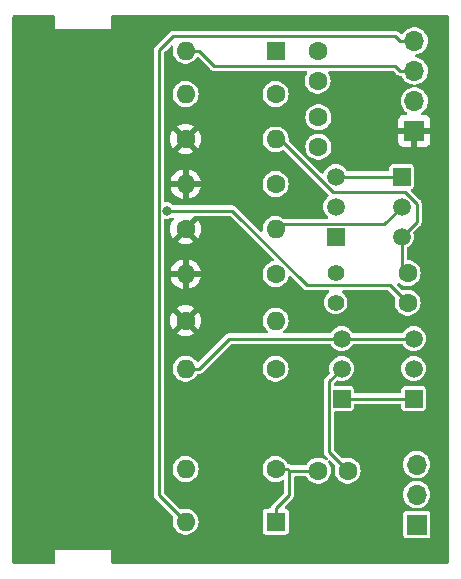
<source format=gbr>
G04 #@! TF.GenerationSoftware,KiCad,Pcbnew,8.0.1*
G04 #@! TF.CreationDate,2024-06-18T23:30:07-04:00*
G04 #@! TF.ProjectId,OdysseyDaughterCardSpotGenerator,4f647973-7365-4794-9461-756768746572,1.3*
G04 #@! TF.SameCoordinates,Original*
G04 #@! TF.FileFunction,Copper,L1,Top*
G04 #@! TF.FilePolarity,Positive*
%FSLAX46Y46*%
G04 Gerber Fmt 4.6, Leading zero omitted, Abs format (unit mm)*
G04 Created by KiCad (PCBNEW 8.0.1) date 2024-06-18 23:30:07*
%MOMM*%
%LPD*%
G01*
G04 APERTURE LIST*
G04 #@! TA.AperFunction,ComponentPad*
%ADD10R,1.500000X1.500000*%
G04 #@! TD*
G04 #@! TA.AperFunction,ComponentPad*
%ADD11C,1.500000*%
G04 #@! TD*
G04 #@! TA.AperFunction,ComponentPad*
%ADD12C,1.600000*%
G04 #@! TD*
G04 #@! TA.AperFunction,ComponentPad*
%ADD13C,1.400000*%
G04 #@! TD*
G04 #@! TA.AperFunction,ComponentPad*
%ADD14O,1.600000X1.600000*%
G04 #@! TD*
G04 #@! TA.AperFunction,ComponentPad*
%ADD15R,1.600000X1.600000*%
G04 #@! TD*
G04 #@! TA.AperFunction,ComponentPad*
%ADD16O,1.700000X1.700000*%
G04 #@! TD*
G04 #@! TA.AperFunction,ComponentPad*
%ADD17R,1.700000X1.700000*%
G04 #@! TD*
G04 #@! TA.AperFunction,ViaPad*
%ADD18C,0.800000*%
G04 #@! TD*
G04 #@! TA.AperFunction,Conductor*
%ADD19C,0.250000*%
G04 #@! TD*
G04 APERTURE END LIST*
D10*
X150368000Y-110236000D03*
D11*
X150368000Y-107696000D03*
X150368000Y-105156000D03*
D10*
X149860000Y-96520000D03*
D11*
X149860000Y-93980000D03*
X149860000Y-91440000D03*
D10*
X156464000Y-110236000D03*
D11*
X156464000Y-107696000D03*
X156464000Y-105156000D03*
D10*
X155448000Y-91440000D03*
D11*
X155448000Y-93980000D03*
X155448000Y-96520000D03*
D12*
X148336000Y-80812000D03*
X148336000Y-83312000D03*
X155956000Y-99608000D03*
X155956000Y-102108000D03*
D13*
X149860000Y-99608000D03*
X149860000Y-102108000D03*
D12*
X148400000Y-88923500D03*
X148400000Y-86423500D03*
X148376000Y-116332000D03*
X150876000Y-116332000D03*
D14*
X137160000Y-80772000D03*
D15*
X144780000Y-80772000D03*
D14*
X137160000Y-120650000D03*
D15*
X144780000Y-120650000D03*
D14*
X137160000Y-84455000D03*
D12*
X144780000Y-84455000D03*
D14*
X144780000Y-95885000D03*
D12*
X137160000Y-95885000D03*
D14*
X144780000Y-88265000D03*
D12*
X137160000Y-88265000D03*
D14*
X144780000Y-103632000D03*
D12*
X137160000Y-103632000D03*
D14*
X137160000Y-107696000D03*
D12*
X144780000Y-107696000D03*
D14*
X137160000Y-99695000D03*
D12*
X144780000Y-99695000D03*
D14*
X137160000Y-92075000D03*
D12*
X144780000Y-92075000D03*
D14*
X137160000Y-116205000D03*
D12*
X144780000Y-116205000D03*
D16*
X156718000Y-115824000D03*
X156718000Y-118364000D03*
D17*
X156718000Y-120904000D03*
D16*
X156528000Y-79946500D03*
X156528000Y-82486500D03*
X156528000Y-85026500D03*
D17*
X156528000Y-87566500D03*
D18*
X135606000Y-94318300D03*
D19*
X153983000Y-95445000D02*
X155448000Y-93980000D01*
X145220000Y-95445000D02*
X153983000Y-95445000D01*
X144780000Y-95885000D02*
X145220000Y-95445000D01*
X156718000Y-95250000D02*
X155448000Y-96520000D01*
X156718000Y-93729720D02*
X156718000Y-95250000D01*
X155698280Y-92710000D02*
X156718000Y-93729720D01*
X145164720Y-88265000D02*
X149609720Y-92710000D01*
X149609720Y-92710000D02*
X155698280Y-92710000D01*
X144780000Y-88265000D02*
X145164720Y-88265000D01*
X155448000Y-99100000D02*
X155956000Y-99608000D01*
X155448000Y-96520000D02*
X155448000Y-99100000D01*
X150368000Y-110236000D02*
X156464000Y-110236000D01*
X149293000Y-108771000D02*
X150368000Y-107696000D01*
X149293000Y-114749000D02*
X149293000Y-108771000D01*
X150368000Y-105156000D02*
X156464000Y-105156000D01*
X140825000Y-105156000D02*
X150368000Y-105156000D01*
X138285000Y-107696000D02*
X140825000Y-105156000D01*
X137160000Y-107696000D02*
X138285000Y-107696000D01*
X149860000Y-91440000D02*
X155448000Y-91440000D01*
X154491300Y-100643300D02*
X147444200Y-100643300D01*
X147444200Y-100643300D02*
X141119200Y-94318300D01*
X141119200Y-94318300D02*
X135606000Y-94318300D01*
X155956000Y-102108000D02*
X154491300Y-100643300D01*
X144780000Y-116205000D02*
X145810000Y-116205000D01*
X145810000Y-116205000D02*
X145937000Y-116332000D01*
X145937000Y-118368000D02*
X145937000Y-116332000D01*
X145937000Y-116332000D02*
X148376000Y-116332000D01*
X144780000Y-120650000D02*
X144780000Y-119525000D01*
X144780000Y-119525000D02*
X145937000Y-118368000D01*
X149293000Y-114749000D02*
X150876000Y-116332000D01*
X137160000Y-80772000D02*
X138285300Y-80772000D01*
X138285300Y-80772000D02*
X139575300Y-82062000D01*
X154928200Y-82062000D02*
X155352700Y-82486500D01*
X139575300Y-82062000D02*
X154928200Y-82062000D01*
X156528000Y-82486500D02*
X155352700Y-82486500D01*
X134881000Y-118371000D02*
X134881000Y-80765200D01*
X137160000Y-120650000D02*
X134881000Y-118371000D01*
X156528000Y-79946500D02*
X155352700Y-79946500D01*
X134881000Y-80765200D02*
X136130100Y-79515900D01*
X154922100Y-79515900D02*
X155352700Y-79946500D01*
X136130100Y-79515900D02*
X154922100Y-79515900D01*
X138306700Y-87118300D02*
X145474800Y-87118300D01*
X145923000Y-87566500D02*
X156528000Y-87566500D01*
X137160000Y-88265000D02*
X138306700Y-87118300D01*
X145474800Y-87118300D02*
X145923000Y-87566500D01*
G04 #@! TA.AperFunction,Conductor*
G36*
X126042539Y-77795185D02*
G01*
X126088294Y-77847989D01*
X126099500Y-77899500D01*
X126099500Y-78884982D01*
X126099500Y-78915018D01*
X126110994Y-78942767D01*
X126132233Y-78964006D01*
X126159982Y-78975500D01*
X126159984Y-78975500D01*
X130790016Y-78975500D01*
X130790018Y-78975500D01*
X130817767Y-78964006D01*
X130839006Y-78942767D01*
X130850500Y-78915018D01*
X130850500Y-77899500D01*
X130870185Y-77832461D01*
X130922989Y-77786706D01*
X130974500Y-77775500D01*
X159312500Y-77775500D01*
X159379539Y-77795185D01*
X159425294Y-77847989D01*
X159436500Y-77899500D01*
X159436500Y-124100500D01*
X159416815Y-124167539D01*
X159364011Y-124213294D01*
X159312500Y-124224500D01*
X130974500Y-124224500D01*
X130907461Y-124204815D01*
X130861706Y-124152011D01*
X130850500Y-124100500D01*
X130850500Y-123084983D01*
X130850500Y-123084982D01*
X130839006Y-123057233D01*
X130817767Y-123035994D01*
X130790018Y-123024500D01*
X126190018Y-123024500D01*
X126159982Y-123024500D01*
X126132231Y-123035995D01*
X126110995Y-123057231D01*
X126099500Y-123084982D01*
X126099500Y-124100500D01*
X126079815Y-124167539D01*
X126027011Y-124213294D01*
X125975500Y-124224500D01*
X122624500Y-124224500D01*
X122557461Y-124204815D01*
X122511706Y-124152011D01*
X122500500Y-124100500D01*
X122500500Y-80709208D01*
X134455494Y-80709208D01*
X134455496Y-80724906D01*
X134455500Y-80771458D01*
X134455500Y-118314982D01*
X134455500Y-118427018D01*
X134484497Y-118535237D01*
X134540515Y-118632263D01*
X134540517Y-118632265D01*
X136084443Y-120176191D01*
X136117928Y-120237514D01*
X136116029Y-120297806D01*
X136073602Y-120446921D01*
X136054785Y-120649999D01*
X136054785Y-120650000D01*
X136073602Y-120853082D01*
X136129417Y-121049247D01*
X136129422Y-121049260D01*
X136220327Y-121231821D01*
X136343237Y-121394581D01*
X136493958Y-121531980D01*
X136493960Y-121531982D01*
X136593141Y-121593392D01*
X136667363Y-121639348D01*
X136857544Y-121713024D01*
X137058024Y-121750500D01*
X137058026Y-121750500D01*
X137261974Y-121750500D01*
X137261976Y-121750500D01*
X137462456Y-121713024D01*
X137652637Y-121639348D01*
X137826041Y-121531981D01*
X137976764Y-121394579D01*
X138099673Y-121231821D01*
X138190582Y-121049250D01*
X138246397Y-120853083D01*
X138265215Y-120650000D01*
X138246397Y-120446917D01*
X138190582Y-120250750D01*
X138183991Y-120237514D01*
X138146272Y-120161764D01*
X138099673Y-120068179D01*
X137976764Y-119905421D01*
X137976762Y-119905418D01*
X137826041Y-119768019D01*
X137826039Y-119768017D01*
X137652642Y-119660655D01*
X137652635Y-119660651D01*
X137516715Y-119607996D01*
X137462456Y-119586976D01*
X137261976Y-119549500D01*
X137058024Y-119549500D01*
X136957784Y-119568238D01*
X136857542Y-119586976D01*
X136857540Y-119586977D01*
X136818409Y-119602136D01*
X136748786Y-119607996D01*
X136687046Y-119575285D01*
X136685937Y-119574189D01*
X135342819Y-118231071D01*
X135309334Y-118169748D01*
X135306500Y-118143390D01*
X135306500Y-116205000D01*
X136054785Y-116205000D01*
X136073602Y-116408082D01*
X136129417Y-116604247D01*
X136129422Y-116604260D01*
X136220327Y-116786821D01*
X136343237Y-116949581D01*
X136493958Y-117086980D01*
X136493960Y-117086982D01*
X136553598Y-117123908D01*
X136667363Y-117194348D01*
X136857544Y-117268024D01*
X137058024Y-117305500D01*
X137058026Y-117305500D01*
X137261974Y-117305500D01*
X137261976Y-117305500D01*
X137462456Y-117268024D01*
X137652637Y-117194348D01*
X137826041Y-117086981D01*
X137976764Y-116949579D01*
X138099673Y-116786821D01*
X138190582Y-116604250D01*
X138246397Y-116408083D01*
X138265215Y-116205000D01*
X143674785Y-116205000D01*
X143693602Y-116408082D01*
X143749417Y-116604247D01*
X143749422Y-116604260D01*
X143840327Y-116786821D01*
X143963237Y-116949581D01*
X144113958Y-117086980D01*
X144113960Y-117086982D01*
X144173598Y-117123908D01*
X144287363Y-117194348D01*
X144477544Y-117268024D01*
X144678024Y-117305500D01*
X144678026Y-117305500D01*
X144881974Y-117305500D01*
X144881976Y-117305500D01*
X145082456Y-117268024D01*
X145272637Y-117194348D01*
X145322223Y-117163645D01*
X145389582Y-117145089D01*
X145456281Y-117165897D01*
X145501143Y-117219461D01*
X145511500Y-117269072D01*
X145511500Y-118140390D01*
X145491815Y-118207429D01*
X145475181Y-118228071D01*
X144439517Y-119263734D01*
X144439513Y-119263740D01*
X144383498Y-119360760D01*
X144383497Y-119360761D01*
X144357551Y-119457594D01*
X144321185Y-119517255D01*
X144258338Y-119547783D01*
X144237776Y-119549500D01*
X143935143Y-119549500D01*
X143935117Y-119549502D01*
X143910012Y-119552413D01*
X143910008Y-119552415D01*
X143807235Y-119597793D01*
X143727794Y-119677234D01*
X143682415Y-119780006D01*
X143682415Y-119780008D01*
X143679500Y-119805131D01*
X143679500Y-121494856D01*
X143679502Y-121494882D01*
X143682413Y-121519987D01*
X143682415Y-121519991D01*
X143727793Y-121622764D01*
X143727794Y-121622765D01*
X143807235Y-121702206D01*
X143910009Y-121747585D01*
X143935135Y-121750500D01*
X145624864Y-121750499D01*
X145624879Y-121750497D01*
X145624882Y-121750497D01*
X145649987Y-121747586D01*
X145649988Y-121747585D01*
X145649991Y-121747585D01*
X145752765Y-121702206D01*
X145832206Y-121622765D01*
X145877585Y-121519991D01*
X145880500Y-121494865D01*
X145880499Y-119805136D01*
X145880497Y-119805117D01*
X145877586Y-119780012D01*
X145877585Y-119780010D01*
X145877585Y-119780009D01*
X145832206Y-119677235D01*
X145752765Y-119597794D01*
X145728267Y-119586977D01*
X145649993Y-119552415D01*
X145649985Y-119552413D01*
X145639760Y-119551227D01*
X145575437Y-119523946D01*
X145536074Y-119466220D01*
X145534169Y-119396376D01*
X145566371Y-119340375D01*
X146277485Y-118629263D01*
X146333503Y-118532237D01*
X146362500Y-118424018D01*
X146362500Y-118364000D01*
X155562571Y-118364000D01*
X155582244Y-118576310D01*
X155640596Y-118781392D01*
X155640596Y-118781394D01*
X155735632Y-118972253D01*
X155735634Y-118972255D01*
X155864128Y-119142407D01*
X156021698Y-119286052D01*
X156202981Y-119398298D01*
X156401802Y-119475321D01*
X156574544Y-119507612D01*
X156636823Y-119539279D01*
X156672096Y-119599591D01*
X156669162Y-119669400D01*
X156628953Y-119726540D01*
X156564235Y-119752871D01*
X156551757Y-119753500D01*
X155823143Y-119753500D01*
X155823117Y-119753502D01*
X155798012Y-119756413D01*
X155798008Y-119756415D01*
X155695235Y-119801793D01*
X155615794Y-119881234D01*
X155570415Y-119984006D01*
X155570415Y-119984008D01*
X155567500Y-120009131D01*
X155567500Y-121798856D01*
X155567502Y-121798882D01*
X155570413Y-121823987D01*
X155570415Y-121823991D01*
X155615793Y-121926764D01*
X155615794Y-121926765D01*
X155695235Y-122006206D01*
X155798009Y-122051585D01*
X155823135Y-122054500D01*
X157612864Y-122054499D01*
X157612879Y-122054497D01*
X157612882Y-122054497D01*
X157637987Y-122051586D01*
X157637988Y-122051585D01*
X157637991Y-122051585D01*
X157740765Y-122006206D01*
X157820206Y-121926765D01*
X157865585Y-121823991D01*
X157868500Y-121798865D01*
X157868499Y-120009136D01*
X157868497Y-120009117D01*
X157865586Y-119984012D01*
X157865585Y-119984010D01*
X157865585Y-119984009D01*
X157820206Y-119881235D01*
X157740765Y-119801794D01*
X157740763Y-119801793D01*
X157637992Y-119756415D01*
X157612868Y-119753500D01*
X156884243Y-119753500D01*
X156817204Y-119733815D01*
X156771449Y-119681011D01*
X156761505Y-119611853D01*
X156790530Y-119548297D01*
X156849308Y-119510523D01*
X156861441Y-119507614D01*
X157034198Y-119475321D01*
X157233019Y-119398298D01*
X157414302Y-119286052D01*
X157571872Y-119142407D01*
X157700366Y-118972255D01*
X157795405Y-118781389D01*
X157853756Y-118576310D01*
X157873429Y-118364000D01*
X157853756Y-118151690D01*
X157795405Y-117946611D01*
X157795403Y-117946606D01*
X157795403Y-117946605D01*
X157700367Y-117755746D01*
X157571872Y-117585593D01*
X157414302Y-117441948D01*
X157233019Y-117329702D01*
X157233017Y-117329701D01*
X157133608Y-117291190D01*
X157034198Y-117252679D01*
X156837385Y-117215888D01*
X156775106Y-117184221D01*
X156739833Y-117123908D01*
X156742767Y-117054100D01*
X156782976Y-116996960D01*
X156837384Y-116972111D01*
X157034198Y-116935321D01*
X157233019Y-116858298D01*
X157414302Y-116746052D01*
X157571872Y-116602407D01*
X157700366Y-116432255D01*
X157795405Y-116241389D01*
X157853756Y-116036310D01*
X157873429Y-115824000D01*
X157853756Y-115611690D01*
X157795405Y-115406611D01*
X157795403Y-115406606D01*
X157795403Y-115406605D01*
X157700367Y-115215746D01*
X157571872Y-115045593D01*
X157533117Y-115010263D01*
X157414302Y-114901948D01*
X157233019Y-114789702D01*
X157233017Y-114789701D01*
X157133608Y-114751190D01*
X157034198Y-114712679D01*
X156824610Y-114673500D01*
X156611390Y-114673500D01*
X156401802Y-114712679D01*
X156401799Y-114712679D01*
X156401799Y-114712680D01*
X156202982Y-114789701D01*
X156202980Y-114789702D01*
X156021699Y-114901947D01*
X155864127Y-115045593D01*
X155735632Y-115215746D01*
X155640596Y-115406605D01*
X155640596Y-115406607D01*
X155582244Y-115611689D01*
X155562571Y-115823999D01*
X155562571Y-115824000D01*
X155582244Y-116036310D01*
X155640596Y-116241392D01*
X155640596Y-116241394D01*
X155735632Y-116432253D01*
X155864127Y-116602406D01*
X155864128Y-116602407D01*
X156021698Y-116746052D01*
X156202981Y-116858298D01*
X156401802Y-116935321D01*
X156598613Y-116972111D01*
X156660893Y-117003779D01*
X156696166Y-117064092D01*
X156693232Y-117133900D01*
X156653023Y-117191040D01*
X156598613Y-117215888D01*
X156401802Y-117252679D01*
X156401799Y-117252679D01*
X156401799Y-117252680D01*
X156202982Y-117329701D01*
X156202980Y-117329702D01*
X156021699Y-117441947D01*
X155864127Y-117585593D01*
X155735632Y-117755746D01*
X155640596Y-117946605D01*
X155640596Y-117946607D01*
X155582244Y-118151689D01*
X155562571Y-118363999D01*
X155562571Y-118364000D01*
X146362500Y-118364000D01*
X146362500Y-118311982D01*
X146362500Y-116881500D01*
X146382185Y-116814461D01*
X146434989Y-116768706D01*
X146486500Y-116757500D01*
X147281712Y-116757500D01*
X147348751Y-116777185D01*
X147392710Y-116826225D01*
X147436327Y-116913821D01*
X147436329Y-116913823D01*
X147559237Y-117076581D01*
X147709958Y-117213980D01*
X147709960Y-117213982D01*
X147772460Y-117252680D01*
X147883363Y-117321348D01*
X148073544Y-117395024D01*
X148274024Y-117432500D01*
X148274026Y-117432500D01*
X148477974Y-117432500D01*
X148477976Y-117432500D01*
X148678456Y-117395024D01*
X148868637Y-117321348D01*
X149042041Y-117213981D01*
X149170122Y-117097219D01*
X149192762Y-117076581D01*
X149192764Y-117076579D01*
X149315673Y-116913821D01*
X149406582Y-116731250D01*
X149462397Y-116535083D01*
X149481215Y-116332000D01*
X149462397Y-116128917D01*
X149406582Y-115932750D01*
X149399991Y-115919514D01*
X149330273Y-115779500D01*
X149315673Y-115750179D01*
X149230188Y-115636979D01*
X149205497Y-115571619D01*
X149220062Y-115503284D01*
X149269259Y-115453671D01*
X149337469Y-115438533D01*
X149403036Y-115462675D01*
X149416824Y-115474572D01*
X149800443Y-115858191D01*
X149833928Y-115919514D01*
X149832029Y-115979806D01*
X149789602Y-116128921D01*
X149770785Y-116331999D01*
X149770785Y-116332000D01*
X149789602Y-116535082D01*
X149845417Y-116731247D01*
X149845422Y-116731260D01*
X149936327Y-116913821D01*
X150059237Y-117076581D01*
X150209958Y-117213980D01*
X150209960Y-117213982D01*
X150272460Y-117252680D01*
X150383363Y-117321348D01*
X150573544Y-117395024D01*
X150774024Y-117432500D01*
X150774026Y-117432500D01*
X150977974Y-117432500D01*
X150977976Y-117432500D01*
X151178456Y-117395024D01*
X151368637Y-117321348D01*
X151542041Y-117213981D01*
X151670122Y-117097219D01*
X151692762Y-117076581D01*
X151692764Y-117076579D01*
X151815673Y-116913821D01*
X151906582Y-116731250D01*
X151962397Y-116535083D01*
X151981215Y-116332000D01*
X151962397Y-116128917D01*
X151906582Y-115932750D01*
X151899991Y-115919514D01*
X151830273Y-115779500D01*
X151815673Y-115750179D01*
X151719767Y-115623179D01*
X151692762Y-115587418D01*
X151542041Y-115450019D01*
X151542039Y-115450017D01*
X151368642Y-115342655D01*
X151368635Y-115342651D01*
X151232715Y-115289996D01*
X151178456Y-115268976D01*
X150977976Y-115231500D01*
X150774024Y-115231500D01*
X150673784Y-115250238D01*
X150573542Y-115268976D01*
X150573540Y-115268977D01*
X150534409Y-115284136D01*
X150464786Y-115289996D01*
X150403046Y-115257285D01*
X150401937Y-115256189D01*
X149754819Y-114609071D01*
X149721334Y-114547748D01*
X149718500Y-114521390D01*
X149718500Y-111410499D01*
X149738185Y-111343460D01*
X149790989Y-111297705D01*
X149842500Y-111286499D01*
X151162856Y-111286499D01*
X151162864Y-111286499D01*
X151162879Y-111286497D01*
X151162882Y-111286497D01*
X151187987Y-111283586D01*
X151187988Y-111283585D01*
X151187991Y-111283585D01*
X151290765Y-111238206D01*
X151370206Y-111158765D01*
X151415585Y-111055991D01*
X151418500Y-111030865D01*
X151418500Y-110785500D01*
X151438185Y-110718461D01*
X151490989Y-110672706D01*
X151542500Y-110661500D01*
X155289501Y-110661500D01*
X155356540Y-110681185D01*
X155402295Y-110733989D01*
X155413501Y-110785500D01*
X155413501Y-111030856D01*
X155413502Y-111030882D01*
X155416413Y-111055987D01*
X155416415Y-111055991D01*
X155461793Y-111158764D01*
X155461794Y-111158765D01*
X155541235Y-111238206D01*
X155644009Y-111283585D01*
X155669135Y-111286500D01*
X157258864Y-111286499D01*
X157258879Y-111286497D01*
X157258882Y-111286497D01*
X157283987Y-111283586D01*
X157283988Y-111283585D01*
X157283991Y-111283585D01*
X157386765Y-111238206D01*
X157466206Y-111158765D01*
X157511585Y-111055991D01*
X157514500Y-111030865D01*
X157514499Y-109441136D01*
X157514497Y-109441117D01*
X157511586Y-109416012D01*
X157511585Y-109416010D01*
X157511585Y-109416009D01*
X157466206Y-109313235D01*
X157386765Y-109233794D01*
X157386763Y-109233793D01*
X157283992Y-109188415D01*
X157258865Y-109185500D01*
X155669143Y-109185500D01*
X155669117Y-109185502D01*
X155644012Y-109188413D01*
X155644008Y-109188415D01*
X155541235Y-109233793D01*
X155461794Y-109313234D01*
X155416415Y-109416006D01*
X155416415Y-109416008D01*
X155413500Y-109441131D01*
X155413500Y-109686500D01*
X155393815Y-109753539D01*
X155341011Y-109799294D01*
X155289500Y-109810500D01*
X151542499Y-109810500D01*
X151475460Y-109790815D01*
X151429705Y-109738011D01*
X151418499Y-109686500D01*
X151418499Y-109441143D01*
X151418499Y-109441136D01*
X151418497Y-109441117D01*
X151415586Y-109416012D01*
X151415585Y-109416010D01*
X151415585Y-109416009D01*
X151370206Y-109313235D01*
X151290765Y-109233794D01*
X151290763Y-109233793D01*
X151187992Y-109188415D01*
X151162868Y-109185500D01*
X151162865Y-109185500D01*
X149842500Y-109185500D01*
X149775461Y-109165815D01*
X149729706Y-109113011D01*
X149718500Y-109061500D01*
X149718500Y-108998609D01*
X149738185Y-108931570D01*
X149754815Y-108910932D01*
X149934871Y-108730875D01*
X149996192Y-108697392D01*
X150058543Y-108699896D01*
X150162066Y-108731300D01*
X150162065Y-108731300D01*
X150180529Y-108733118D01*
X150368000Y-108751583D01*
X150573934Y-108731300D01*
X150771954Y-108671232D01*
X150954450Y-108573685D01*
X151114410Y-108442410D01*
X151245685Y-108282450D01*
X151343232Y-108099954D01*
X151403300Y-107901934D01*
X151423583Y-107696000D01*
X155408417Y-107696000D01*
X155428699Y-107901932D01*
X155428700Y-107901934D01*
X155488768Y-108099954D01*
X155586315Y-108282450D01*
X155586317Y-108282452D01*
X155717589Y-108442410D01*
X155799625Y-108509734D01*
X155877550Y-108573685D01*
X156060046Y-108671232D01*
X156258066Y-108731300D01*
X156258065Y-108731300D01*
X156276529Y-108733118D01*
X156464000Y-108751583D01*
X156669934Y-108731300D01*
X156867954Y-108671232D01*
X157050450Y-108573685D01*
X157210410Y-108442410D01*
X157341685Y-108282450D01*
X157439232Y-108099954D01*
X157499300Y-107901934D01*
X157519583Y-107696000D01*
X157499300Y-107490066D01*
X157439232Y-107292046D01*
X157341685Y-107109550D01*
X157211913Y-106951421D01*
X157210410Y-106949589D01*
X157050452Y-106818317D01*
X157050453Y-106818317D01*
X157050450Y-106818315D01*
X156867954Y-106720768D01*
X156669934Y-106660700D01*
X156669932Y-106660699D01*
X156669934Y-106660699D01*
X156464000Y-106640417D01*
X156258067Y-106660699D01*
X156060043Y-106720769D01*
X155949898Y-106779643D01*
X155877550Y-106818315D01*
X155877548Y-106818316D01*
X155877547Y-106818317D01*
X155717589Y-106949589D01*
X155586317Y-107109547D01*
X155586315Y-107109550D01*
X155583841Y-107114179D01*
X155488769Y-107292043D01*
X155488768Y-107292045D01*
X155488768Y-107292046D01*
X155481898Y-107314692D01*
X155428699Y-107490067D01*
X155408417Y-107696000D01*
X151423583Y-107696000D01*
X151403300Y-107490066D01*
X151343232Y-107292046D01*
X151245685Y-107109550D01*
X151115913Y-106951421D01*
X151114410Y-106949589D01*
X150954452Y-106818317D01*
X150954453Y-106818317D01*
X150954450Y-106818315D01*
X150771954Y-106720768D01*
X150573934Y-106660700D01*
X150573932Y-106660699D01*
X150573934Y-106660699D01*
X150368000Y-106640417D01*
X150162067Y-106660699D01*
X149964043Y-106720769D01*
X149853898Y-106779643D01*
X149781550Y-106818315D01*
X149781548Y-106818316D01*
X149781547Y-106818317D01*
X149621589Y-106949589D01*
X149490317Y-107109547D01*
X149490315Y-107109550D01*
X149487841Y-107114179D01*
X149392769Y-107292043D01*
X149392768Y-107292045D01*
X149392768Y-107292046D01*
X149385898Y-107314692D01*
X149332699Y-107490067D01*
X149312417Y-107696000D01*
X149332699Y-107901934D01*
X149364101Y-108005454D01*
X149364724Y-108075321D01*
X149333121Y-108129129D01*
X149031737Y-108430515D01*
X148952517Y-108509734D01*
X148952513Y-108509740D01*
X148896498Y-108606760D01*
X148896497Y-108606763D01*
X148867500Y-108714982D01*
X148867500Y-114692982D01*
X148867500Y-114805018D01*
X148896497Y-114913237D01*
X148952515Y-115010263D01*
X148952517Y-115010265D01*
X149209782Y-115267530D01*
X149243267Y-115328853D01*
X149238283Y-115398545D01*
X149196411Y-115454478D01*
X149130947Y-115478895D01*
X149062674Y-115464043D01*
X149047047Y-115452899D01*
X149046615Y-115453473D01*
X149042039Y-115450017D01*
X148868642Y-115342655D01*
X148868635Y-115342651D01*
X148732715Y-115289996D01*
X148678456Y-115268976D01*
X148477976Y-115231500D01*
X148274024Y-115231500D01*
X148073544Y-115268976D01*
X148073541Y-115268976D01*
X148073541Y-115268977D01*
X147883364Y-115342651D01*
X147883357Y-115342655D01*
X147709960Y-115450017D01*
X147709958Y-115450019D01*
X147559237Y-115587418D01*
X147466071Y-115710791D01*
X147436327Y-115750179D01*
X147392710Y-115837774D01*
X147345210Y-115889008D01*
X147281712Y-115906500D01*
X146164610Y-115906500D01*
X146097571Y-115886815D01*
X146076929Y-115870181D01*
X146071265Y-115864517D01*
X146071263Y-115864515D01*
X145974237Y-115808497D01*
X145866018Y-115779500D01*
X145858109Y-115778459D01*
X145794214Y-115750190D01*
X145763300Y-115710795D01*
X145719673Y-115623179D01*
X145610715Y-115478895D01*
X145596762Y-115460418D01*
X145446041Y-115323019D01*
X145446039Y-115323017D01*
X145272642Y-115215655D01*
X145272635Y-115215651D01*
X145177546Y-115178814D01*
X145082456Y-115141976D01*
X144881976Y-115104500D01*
X144678024Y-115104500D01*
X144477544Y-115141976D01*
X144477541Y-115141976D01*
X144477541Y-115141977D01*
X144287364Y-115215651D01*
X144287357Y-115215655D01*
X144113960Y-115323017D01*
X144113958Y-115323019D01*
X143963237Y-115460418D01*
X143840327Y-115623178D01*
X143749422Y-115805739D01*
X143749417Y-115805752D01*
X143693602Y-116001917D01*
X143674785Y-116204999D01*
X143674785Y-116205000D01*
X138265215Y-116205000D01*
X138246397Y-116001917D01*
X138190582Y-115805750D01*
X138099673Y-115623179D01*
X137990715Y-115478895D01*
X137976762Y-115460418D01*
X137826041Y-115323019D01*
X137826039Y-115323017D01*
X137652642Y-115215655D01*
X137652635Y-115215651D01*
X137557546Y-115178814D01*
X137462456Y-115141976D01*
X137261976Y-115104500D01*
X137058024Y-115104500D01*
X136857544Y-115141976D01*
X136857541Y-115141976D01*
X136857541Y-115141977D01*
X136667364Y-115215651D01*
X136667357Y-115215655D01*
X136493960Y-115323017D01*
X136493958Y-115323019D01*
X136343237Y-115460418D01*
X136220327Y-115623178D01*
X136129422Y-115805739D01*
X136129417Y-115805752D01*
X136073602Y-116001917D01*
X136054785Y-116204999D01*
X136054785Y-116205000D01*
X135306500Y-116205000D01*
X135306500Y-107696000D01*
X136054785Y-107696000D01*
X136073602Y-107899082D01*
X136129417Y-108095247D01*
X136129422Y-108095260D01*
X136220327Y-108277821D01*
X136343237Y-108440581D01*
X136493958Y-108577980D01*
X136493960Y-108577982D01*
X136593141Y-108639392D01*
X136667363Y-108685348D01*
X136857544Y-108759024D01*
X137058024Y-108796500D01*
X137058026Y-108796500D01*
X137261974Y-108796500D01*
X137261976Y-108796500D01*
X137462456Y-108759024D01*
X137652637Y-108685348D01*
X137826041Y-108577981D01*
X137954122Y-108461219D01*
X137976762Y-108440581D01*
X137976764Y-108440579D01*
X138099673Y-108277821D01*
X138143289Y-108190225D01*
X138190790Y-108138992D01*
X138254288Y-108121500D01*
X138341016Y-108121500D01*
X138341018Y-108121500D01*
X138449237Y-108092503D01*
X138546263Y-108036485D01*
X138886748Y-107696000D01*
X143674785Y-107696000D01*
X143693602Y-107899082D01*
X143749417Y-108095247D01*
X143749422Y-108095260D01*
X143840327Y-108277821D01*
X143963237Y-108440581D01*
X144113958Y-108577980D01*
X144113960Y-108577982D01*
X144213141Y-108639392D01*
X144287363Y-108685348D01*
X144477544Y-108759024D01*
X144678024Y-108796500D01*
X144678026Y-108796500D01*
X144881974Y-108796500D01*
X144881976Y-108796500D01*
X145082456Y-108759024D01*
X145272637Y-108685348D01*
X145446041Y-108577981D01*
X145574122Y-108461219D01*
X145596762Y-108440581D01*
X145596764Y-108440579D01*
X145719673Y-108277821D01*
X145810582Y-108095250D01*
X145866397Y-107899083D01*
X145885215Y-107696000D01*
X145866397Y-107492917D01*
X145810582Y-107296750D01*
X145808238Y-107292043D01*
X145730615Y-107136154D01*
X145719673Y-107114179D01*
X145596764Y-106951421D01*
X145596762Y-106951418D01*
X145446041Y-106814019D01*
X145446039Y-106814017D01*
X145272642Y-106706655D01*
X145272635Y-106706651D01*
X145154018Y-106660699D01*
X145082456Y-106632976D01*
X144881976Y-106595500D01*
X144678024Y-106595500D01*
X144477544Y-106632976D01*
X144477541Y-106632976D01*
X144477541Y-106632977D01*
X144287364Y-106706651D01*
X144287357Y-106706655D01*
X144113960Y-106814017D01*
X144113958Y-106814019D01*
X143963237Y-106951418D01*
X143840327Y-107114178D01*
X143749422Y-107296739D01*
X143749417Y-107296752D01*
X143693602Y-107492917D01*
X143674785Y-107695999D01*
X143674785Y-107696000D01*
X138886748Y-107696000D01*
X140964929Y-105617819D01*
X141026252Y-105584334D01*
X141052610Y-105581500D01*
X149329962Y-105581500D01*
X149397001Y-105601185D01*
X149439320Y-105647047D01*
X149490310Y-105742444D01*
X149490315Y-105742450D01*
X149621589Y-105902410D01*
X149718209Y-105981702D01*
X149781550Y-106033685D01*
X149964046Y-106131232D01*
X150162066Y-106191300D01*
X150162065Y-106191300D01*
X150180529Y-106193118D01*
X150368000Y-106211583D01*
X150573934Y-106191300D01*
X150771954Y-106131232D01*
X150954450Y-106033685D01*
X151114410Y-105902410D01*
X151245685Y-105742450D01*
X151245686Y-105742446D01*
X151245689Y-105742444D01*
X151296680Y-105647047D01*
X151345642Y-105597202D01*
X151406038Y-105581500D01*
X155425962Y-105581500D01*
X155493001Y-105601185D01*
X155535320Y-105647047D01*
X155586310Y-105742444D01*
X155586315Y-105742450D01*
X155717589Y-105902410D01*
X155814209Y-105981702D01*
X155877550Y-106033685D01*
X156060046Y-106131232D01*
X156258066Y-106191300D01*
X156258065Y-106191300D01*
X156276529Y-106193118D01*
X156464000Y-106211583D01*
X156669934Y-106191300D01*
X156867954Y-106131232D01*
X157050450Y-106033685D01*
X157210410Y-105902410D01*
X157341685Y-105742450D01*
X157439232Y-105559954D01*
X157499300Y-105361934D01*
X157519583Y-105156000D01*
X157499300Y-104950066D01*
X157439232Y-104752046D01*
X157341685Y-104569550D01*
X157289702Y-104506209D01*
X157210410Y-104409589D01*
X157092677Y-104312969D01*
X157050450Y-104278315D01*
X156867954Y-104180768D01*
X156669934Y-104120700D01*
X156669932Y-104120699D01*
X156669934Y-104120699D01*
X156464000Y-104100417D01*
X156258067Y-104120699D01*
X156060043Y-104180769D01*
X155949898Y-104239643D01*
X155877550Y-104278315D01*
X155877548Y-104278316D01*
X155877547Y-104278317D01*
X155717589Y-104409589D01*
X155586315Y-104569549D01*
X155586310Y-104569555D01*
X155535320Y-104664953D01*
X155486358Y-104714798D01*
X155425962Y-104730500D01*
X151406038Y-104730500D01*
X151338999Y-104710815D01*
X151296680Y-104664953D01*
X151245689Y-104569555D01*
X151245684Y-104569549D01*
X151245682Y-104569547D01*
X151200081Y-104513981D01*
X151114410Y-104409589D01*
X150996677Y-104312969D01*
X150954450Y-104278315D01*
X150771954Y-104180768D01*
X150573934Y-104120700D01*
X150573932Y-104120699D01*
X150573934Y-104120699D01*
X150368000Y-104100417D01*
X150162067Y-104120699D01*
X149964043Y-104180769D01*
X149853898Y-104239643D01*
X149781550Y-104278315D01*
X149781548Y-104278316D01*
X149781547Y-104278317D01*
X149621589Y-104409589D01*
X149490315Y-104569549D01*
X149490310Y-104569555D01*
X149439320Y-104664953D01*
X149390358Y-104714798D01*
X149329962Y-104730500D01*
X145528612Y-104730500D01*
X145461573Y-104710815D01*
X145415818Y-104658011D01*
X145405874Y-104588853D01*
X145434899Y-104525297D01*
X145445074Y-104514863D01*
X145596762Y-104376581D01*
X145596764Y-104376579D01*
X145719673Y-104213821D01*
X145810582Y-104031250D01*
X145866397Y-103835083D01*
X145885215Y-103632000D01*
X145866397Y-103428917D01*
X145810582Y-103232750D01*
X145719673Y-103050179D01*
X145639425Y-102943913D01*
X145596762Y-102887418D01*
X145446041Y-102750019D01*
X145446039Y-102750017D01*
X145272642Y-102642655D01*
X145272635Y-102642651D01*
X145177546Y-102605814D01*
X145082456Y-102568976D01*
X144881976Y-102531500D01*
X144678024Y-102531500D01*
X144477544Y-102568976D01*
X144477541Y-102568976D01*
X144477541Y-102568977D01*
X144287364Y-102642651D01*
X144287357Y-102642655D01*
X144113960Y-102750017D01*
X144113958Y-102750019D01*
X143963237Y-102887418D01*
X143840327Y-103050178D01*
X143749422Y-103232739D01*
X143749417Y-103232752D01*
X143693602Y-103428917D01*
X143674785Y-103631999D01*
X143674785Y-103632000D01*
X143693602Y-103835082D01*
X143749417Y-104031247D01*
X143749422Y-104031260D01*
X143840327Y-104213821D01*
X143963237Y-104376581D01*
X144114926Y-104514863D01*
X144151208Y-104574574D01*
X144149447Y-104644422D01*
X144110204Y-104702229D01*
X144045937Y-104729644D01*
X144031388Y-104730500D01*
X140881018Y-104730500D01*
X140768981Y-104730500D01*
X140660763Y-104759497D01*
X140660761Y-104759498D01*
X140660760Y-104759498D01*
X140563740Y-104815513D01*
X140563734Y-104815517D01*
X138271597Y-107107653D01*
X138210274Y-107141138D01*
X138140582Y-107136154D01*
X138084962Y-107094699D01*
X137976762Y-106951418D01*
X137826041Y-106814019D01*
X137826039Y-106814017D01*
X137652642Y-106706655D01*
X137652635Y-106706651D01*
X137534018Y-106660699D01*
X137462456Y-106632976D01*
X137261976Y-106595500D01*
X137058024Y-106595500D01*
X136857544Y-106632976D01*
X136857541Y-106632976D01*
X136857541Y-106632977D01*
X136667364Y-106706651D01*
X136667357Y-106706655D01*
X136493960Y-106814017D01*
X136493958Y-106814019D01*
X136343237Y-106951418D01*
X136220327Y-107114178D01*
X136129422Y-107296739D01*
X136129417Y-107296752D01*
X136073602Y-107492917D01*
X136054785Y-107695999D01*
X136054785Y-107696000D01*
X135306500Y-107696000D01*
X135306500Y-103632002D01*
X135855034Y-103632002D01*
X135874858Y-103858599D01*
X135874860Y-103858610D01*
X135933730Y-104078317D01*
X135933735Y-104078331D01*
X136029863Y-104284478D01*
X136080974Y-104357472D01*
X136760000Y-103678446D01*
X136760000Y-103684661D01*
X136787259Y-103786394D01*
X136839920Y-103877606D01*
X136914394Y-103952080D01*
X137005606Y-104004741D01*
X137107339Y-104032000D01*
X137113553Y-104032000D01*
X136434526Y-104711025D01*
X136507513Y-104762132D01*
X136507521Y-104762136D01*
X136713668Y-104858264D01*
X136713682Y-104858269D01*
X136933389Y-104917139D01*
X136933400Y-104917141D01*
X137159998Y-104936966D01*
X137160002Y-104936966D01*
X137386599Y-104917141D01*
X137386610Y-104917139D01*
X137606317Y-104858269D01*
X137606331Y-104858264D01*
X137812478Y-104762136D01*
X137885471Y-104711024D01*
X137206447Y-104032000D01*
X137212661Y-104032000D01*
X137314394Y-104004741D01*
X137405606Y-103952080D01*
X137480080Y-103877606D01*
X137532741Y-103786394D01*
X137560000Y-103684661D01*
X137560000Y-103678447D01*
X138239024Y-104357471D01*
X138290136Y-104284478D01*
X138386264Y-104078331D01*
X138386269Y-104078317D01*
X138445139Y-103858610D01*
X138445141Y-103858599D01*
X138464966Y-103632002D01*
X138464966Y-103631997D01*
X138445141Y-103405400D01*
X138445139Y-103405389D01*
X138386269Y-103185682D01*
X138386264Y-103185668D01*
X138290136Y-102979521D01*
X138290132Y-102979513D01*
X138239025Y-102906526D01*
X137560000Y-103585551D01*
X137560000Y-103579339D01*
X137532741Y-103477606D01*
X137480080Y-103386394D01*
X137405606Y-103311920D01*
X137314394Y-103259259D01*
X137212661Y-103232000D01*
X137206448Y-103232000D01*
X137885472Y-102552974D01*
X137812478Y-102501863D01*
X137606331Y-102405735D01*
X137606317Y-102405730D01*
X137386610Y-102346860D01*
X137386599Y-102346858D01*
X137160002Y-102327034D01*
X137159998Y-102327034D01*
X136933400Y-102346858D01*
X136933389Y-102346860D01*
X136713682Y-102405730D01*
X136713673Y-102405734D01*
X136507516Y-102501866D01*
X136507512Y-102501868D01*
X136434526Y-102552973D01*
X136434526Y-102552974D01*
X137113553Y-103232000D01*
X137107339Y-103232000D01*
X137005606Y-103259259D01*
X136914394Y-103311920D01*
X136839920Y-103386394D01*
X136787259Y-103477606D01*
X136760000Y-103579339D01*
X136760000Y-103585552D01*
X136080974Y-102906526D01*
X136080973Y-102906526D01*
X136029868Y-102979512D01*
X136029866Y-102979516D01*
X135933734Y-103185673D01*
X135933730Y-103185682D01*
X135874860Y-103405389D01*
X135874858Y-103405400D01*
X135855034Y-103631997D01*
X135855034Y-103632002D01*
X135306500Y-103632002D01*
X135306500Y-99444999D01*
X135881127Y-99444999D01*
X135881128Y-99445000D01*
X136844314Y-99445000D01*
X136839920Y-99449394D01*
X136787259Y-99540606D01*
X136760000Y-99642339D01*
X136760000Y-99747661D01*
X136787259Y-99849394D01*
X136839920Y-99940606D01*
X136844314Y-99945000D01*
X135881128Y-99945000D01*
X135933730Y-100141317D01*
X135933734Y-100141326D01*
X136029865Y-100347482D01*
X136160342Y-100533820D01*
X136321179Y-100694657D01*
X136507517Y-100825134D01*
X136713673Y-100921265D01*
X136713682Y-100921269D01*
X136909999Y-100973872D01*
X136910000Y-100973871D01*
X136910000Y-100010686D01*
X136914394Y-100015080D01*
X137005606Y-100067741D01*
X137107339Y-100095000D01*
X137212661Y-100095000D01*
X137314394Y-100067741D01*
X137405606Y-100015080D01*
X137410000Y-100010686D01*
X137410000Y-100973872D01*
X137606317Y-100921269D01*
X137606326Y-100921265D01*
X137812482Y-100825134D01*
X137998820Y-100694657D01*
X138159657Y-100533820D01*
X138290134Y-100347482D01*
X138386265Y-100141326D01*
X138386269Y-100141317D01*
X138438872Y-99945000D01*
X137475686Y-99945000D01*
X137480080Y-99940606D01*
X137532741Y-99849394D01*
X137560000Y-99747661D01*
X137560000Y-99642339D01*
X137532741Y-99540606D01*
X137480080Y-99449394D01*
X137475686Y-99445000D01*
X138438872Y-99445000D01*
X138438872Y-99444999D01*
X138386269Y-99248682D01*
X138386265Y-99248673D01*
X138290134Y-99042517D01*
X138159657Y-98856179D01*
X137998820Y-98695342D01*
X137812482Y-98564865D01*
X137606328Y-98468734D01*
X137410000Y-98416127D01*
X137410000Y-99379314D01*
X137405606Y-99374920D01*
X137314394Y-99322259D01*
X137212661Y-99295000D01*
X137107339Y-99295000D01*
X137005606Y-99322259D01*
X136914394Y-99374920D01*
X136910000Y-99379314D01*
X136910000Y-98416127D01*
X136713671Y-98468734D01*
X136507517Y-98564865D01*
X136321179Y-98695342D01*
X136160342Y-98856179D01*
X136029865Y-99042517D01*
X135933734Y-99248673D01*
X135933730Y-99248682D01*
X135881127Y-99444999D01*
X135306500Y-99444999D01*
X135306500Y-95124218D01*
X135326185Y-95057179D01*
X135378989Y-95011424D01*
X135448147Y-95001480D01*
X135460152Y-95003816D01*
X135520944Y-95018800D01*
X135520946Y-95018800D01*
X135691056Y-95018800D01*
X135856225Y-94978090D01*
X135960433Y-94923396D01*
X136028939Y-94909671D01*
X136093993Y-94935163D01*
X136134938Y-94991778D01*
X136138774Y-95061543D01*
X136119633Y-95104316D01*
X136029868Y-95232512D01*
X136029866Y-95232516D01*
X135933734Y-95438673D01*
X135933730Y-95438682D01*
X135874860Y-95658389D01*
X135874858Y-95658400D01*
X135855034Y-95884997D01*
X135855034Y-95885002D01*
X135874858Y-96111599D01*
X135874860Y-96111610D01*
X135933730Y-96331317D01*
X135933735Y-96331331D01*
X136029863Y-96537478D01*
X136080974Y-96610472D01*
X136760000Y-95931446D01*
X136760000Y-95937661D01*
X136787259Y-96039394D01*
X136839920Y-96130606D01*
X136914394Y-96205080D01*
X137005606Y-96257741D01*
X137107339Y-96285000D01*
X137113553Y-96285000D01*
X136434526Y-96964025D01*
X136507513Y-97015132D01*
X136507521Y-97015136D01*
X136713668Y-97111264D01*
X136713682Y-97111269D01*
X136933389Y-97170139D01*
X136933400Y-97170141D01*
X137159998Y-97189966D01*
X137160002Y-97189966D01*
X137386599Y-97170141D01*
X137386610Y-97170139D01*
X137606317Y-97111269D01*
X137606331Y-97111264D01*
X137812478Y-97015136D01*
X137885471Y-96964024D01*
X137206447Y-96285000D01*
X137212661Y-96285000D01*
X137314394Y-96257741D01*
X137405606Y-96205080D01*
X137480080Y-96130606D01*
X137532741Y-96039394D01*
X137560000Y-95937661D01*
X137560000Y-95931447D01*
X138239024Y-96610471D01*
X138290136Y-96537478D01*
X138386264Y-96331331D01*
X138386269Y-96331317D01*
X138445139Y-96111610D01*
X138445141Y-96111599D01*
X138464966Y-95885002D01*
X138464966Y-95884997D01*
X138445141Y-95658400D01*
X138445139Y-95658389D01*
X138386269Y-95438682D01*
X138386264Y-95438668D01*
X138290136Y-95232521D01*
X138290132Y-95232513D01*
X138239025Y-95159526D01*
X137560000Y-95838551D01*
X137560000Y-95832339D01*
X137532741Y-95730606D01*
X137480080Y-95639394D01*
X137405606Y-95564920D01*
X137314394Y-95512259D01*
X137212661Y-95485000D01*
X137206447Y-95485000D01*
X137911328Y-94780119D01*
X137972651Y-94746634D01*
X137999009Y-94743800D01*
X140891590Y-94743800D01*
X140958629Y-94763485D01*
X140979271Y-94780119D01*
X144609098Y-98409946D01*
X144642583Y-98471269D01*
X144637599Y-98540961D01*
X144595727Y-98596894D01*
X144544203Y-98619515D01*
X144477544Y-98631976D01*
X144477541Y-98631976D01*
X144477541Y-98631977D01*
X144287364Y-98705651D01*
X144287357Y-98705655D01*
X144113960Y-98813017D01*
X144113958Y-98813019D01*
X143963237Y-98950418D01*
X143840327Y-99113178D01*
X143749422Y-99295739D01*
X143749417Y-99295752D01*
X143693602Y-99491917D01*
X143674785Y-99694999D01*
X143674785Y-99695000D01*
X143693602Y-99898082D01*
X143749417Y-100094247D01*
X143749422Y-100094260D01*
X143840327Y-100276821D01*
X143963237Y-100439581D01*
X144113958Y-100576980D01*
X144113960Y-100576982D01*
X144169137Y-100611146D01*
X144287363Y-100684348D01*
X144477544Y-100758024D01*
X144678024Y-100795500D01*
X144678026Y-100795500D01*
X144881974Y-100795500D01*
X144881976Y-100795500D01*
X145082456Y-100758024D01*
X145272637Y-100684348D01*
X145446041Y-100576981D01*
X145596764Y-100439579D01*
X145719673Y-100276821D01*
X145810582Y-100094250D01*
X145859784Y-99921322D01*
X145897062Y-99862232D01*
X145960371Y-99832674D01*
X146029611Y-99842036D01*
X146066730Y-99867578D01*
X147182937Y-100983785D01*
X147279963Y-101039803D01*
X147388182Y-101068800D01*
X147500219Y-101068800D01*
X149202615Y-101068800D01*
X149269654Y-101088485D01*
X149315409Y-101141289D01*
X149325353Y-101210447D01*
X149296328Y-101274003D01*
X149281280Y-101288653D01*
X149149116Y-101397116D01*
X149024090Y-101549460D01*
X149024086Y-101549467D01*
X148931188Y-101723266D01*
X148873975Y-101911870D01*
X148854659Y-102108000D01*
X148873975Y-102304129D01*
X148931188Y-102492733D01*
X149024086Y-102666532D01*
X149024090Y-102666539D01*
X149149116Y-102818883D01*
X149301460Y-102943909D01*
X149301467Y-102943913D01*
X149475266Y-103036811D01*
X149475269Y-103036811D01*
X149475273Y-103036814D01*
X149663868Y-103094024D01*
X149860000Y-103113341D01*
X150056132Y-103094024D01*
X150244727Y-103036814D01*
X150418538Y-102943910D01*
X150570883Y-102818883D01*
X150695910Y-102666538D01*
X150742362Y-102579632D01*
X150788811Y-102492733D01*
X150788811Y-102492732D01*
X150788814Y-102492727D01*
X150846024Y-102304132D01*
X150865341Y-102108000D01*
X150846024Y-101911868D01*
X150788814Y-101723273D01*
X150788811Y-101723269D01*
X150788811Y-101723266D01*
X150695913Y-101549467D01*
X150695909Y-101549460D01*
X150570883Y-101397116D01*
X150438720Y-101288653D01*
X150399386Y-101230908D01*
X150397515Y-101161063D01*
X150433703Y-101101295D01*
X150496458Y-101070579D01*
X150517385Y-101068800D01*
X154263690Y-101068800D01*
X154330729Y-101088485D01*
X154351371Y-101105119D01*
X154880443Y-101634191D01*
X154913928Y-101695514D01*
X154912029Y-101755806D01*
X154869602Y-101904921D01*
X154850785Y-102107999D01*
X154850785Y-102108000D01*
X154869602Y-102311082D01*
X154925417Y-102507247D01*
X154925422Y-102507260D01*
X155016327Y-102689821D01*
X155139237Y-102852581D01*
X155289958Y-102989980D01*
X155289960Y-102989982D01*
X155365592Y-103036811D01*
X155463363Y-103097348D01*
X155653544Y-103171024D01*
X155854024Y-103208500D01*
X155854026Y-103208500D01*
X156057974Y-103208500D01*
X156057976Y-103208500D01*
X156258456Y-103171024D01*
X156448637Y-103097348D01*
X156622041Y-102989981D01*
X156772764Y-102852579D01*
X156895673Y-102689821D01*
X156986582Y-102507250D01*
X157042397Y-102311083D01*
X157061215Y-102108000D01*
X157042397Y-101904917D01*
X156986582Y-101708750D01*
X156979991Y-101695514D01*
X156907265Y-101549460D01*
X156895673Y-101526179D01*
X156772764Y-101363421D01*
X156772762Y-101363418D01*
X156622041Y-101226019D01*
X156622039Y-101226017D01*
X156448642Y-101118655D01*
X156448635Y-101118651D01*
X156319953Y-101068800D01*
X156258456Y-101044976D01*
X156057976Y-101007500D01*
X155854024Y-101007500D01*
X155753784Y-101026238D01*
X155653542Y-101044976D01*
X155653540Y-101044977D01*
X155614409Y-101060136D01*
X155544786Y-101065996D01*
X155483046Y-101033285D01*
X155481937Y-101032189D01*
X155122217Y-100672469D01*
X155088732Y-100611146D01*
X155093716Y-100541454D01*
X155135588Y-100485521D01*
X155201052Y-100461104D01*
X155269325Y-100475956D01*
X155284951Y-100487100D01*
X155285385Y-100486527D01*
X155289960Y-100489982D01*
X155373091Y-100541454D01*
X155463363Y-100597348D01*
X155653544Y-100671024D01*
X155854024Y-100708500D01*
X155854026Y-100708500D01*
X156057974Y-100708500D01*
X156057976Y-100708500D01*
X156258456Y-100671024D01*
X156448637Y-100597348D01*
X156622041Y-100489981D01*
X156772764Y-100352579D01*
X156895673Y-100189821D01*
X156986582Y-100007250D01*
X157042397Y-99811083D01*
X157061215Y-99608000D01*
X157042397Y-99404917D01*
X156986582Y-99208750D01*
X156986574Y-99208734D01*
X156903808Y-99042517D01*
X156895673Y-99026179D01*
X156772764Y-98863421D01*
X156772762Y-98863418D01*
X156622041Y-98726019D01*
X156622039Y-98726017D01*
X156448642Y-98618655D01*
X156448635Y-98618651D01*
X156309796Y-98564865D01*
X156258456Y-98544976D01*
X156057976Y-98507500D01*
X156057974Y-98507500D01*
X155997500Y-98507500D01*
X155930461Y-98487815D01*
X155884706Y-98435011D01*
X155873500Y-98383500D01*
X155873500Y-97558037D01*
X155893185Y-97490998D01*
X155939046Y-97448679D01*
X156034450Y-97397685D01*
X156194410Y-97266410D01*
X156325685Y-97106450D01*
X156423232Y-96923954D01*
X156483300Y-96725934D01*
X156503583Y-96520000D01*
X156483300Y-96314066D01*
X156451896Y-96210543D01*
X156451274Y-96140677D01*
X156482875Y-96086870D01*
X156969053Y-95600693D01*
X156969058Y-95600689D01*
X156979261Y-95590485D01*
X156979263Y-95590485D01*
X157058485Y-95511263D01*
X157114503Y-95414237D01*
X157143500Y-95306018D01*
X157143500Y-93673702D01*
X157114503Y-93565483D01*
X157058485Y-93468457D01*
X156979263Y-93389235D01*
X156263924Y-92673896D01*
X156230439Y-92612573D01*
X156235423Y-92542881D01*
X156277295Y-92486948D01*
X156301512Y-92472784D01*
X156370765Y-92442206D01*
X156450206Y-92362765D01*
X156495585Y-92259991D01*
X156498500Y-92234865D01*
X156498499Y-90645136D01*
X156498497Y-90645117D01*
X156495586Y-90620012D01*
X156495585Y-90620010D01*
X156495585Y-90620009D01*
X156450206Y-90517235D01*
X156370765Y-90437794D01*
X156370763Y-90437793D01*
X156267992Y-90392415D01*
X156242865Y-90389500D01*
X154653143Y-90389500D01*
X154653117Y-90389502D01*
X154628012Y-90392413D01*
X154628008Y-90392415D01*
X154525235Y-90437793D01*
X154445794Y-90517234D01*
X154400415Y-90620006D01*
X154400415Y-90620008D01*
X154397500Y-90645131D01*
X154397500Y-90890500D01*
X154377815Y-90957539D01*
X154325011Y-91003294D01*
X154273500Y-91014500D01*
X150898038Y-91014500D01*
X150830999Y-90994815D01*
X150788680Y-90948953D01*
X150737689Y-90853555D01*
X150737684Y-90853549D01*
X150737682Y-90853547D01*
X150714143Y-90824864D01*
X150606410Y-90693589D01*
X150446452Y-90562317D01*
X150446453Y-90562317D01*
X150446450Y-90562315D01*
X150263954Y-90464768D01*
X150065934Y-90404700D01*
X150065932Y-90404699D01*
X150065934Y-90404699D01*
X149860000Y-90384417D01*
X149654067Y-90404699D01*
X149456043Y-90464769D01*
X149357890Y-90517234D01*
X149273550Y-90562315D01*
X149273548Y-90562316D01*
X149273547Y-90562317D01*
X149113589Y-90693589D01*
X148986267Y-90848734D01*
X148982315Y-90853550D01*
X148962565Y-90890500D01*
X148884767Y-91036047D01*
X148864000Y-91104506D01*
X148825702Y-91162945D01*
X148761890Y-91191401D01*
X148692823Y-91180840D01*
X148657659Y-91156191D01*
X146424968Y-88923500D01*
X147294785Y-88923500D01*
X147313602Y-89126582D01*
X147369417Y-89322747D01*
X147369422Y-89322760D01*
X147460327Y-89505321D01*
X147583237Y-89668081D01*
X147733958Y-89805480D01*
X147733960Y-89805482D01*
X147833141Y-89866892D01*
X147907363Y-89912848D01*
X148097544Y-89986524D01*
X148298024Y-90024000D01*
X148298026Y-90024000D01*
X148501974Y-90024000D01*
X148501976Y-90024000D01*
X148702456Y-89986524D01*
X148892637Y-89912848D01*
X149066041Y-89805481D01*
X149216764Y-89668079D01*
X149339673Y-89505321D01*
X149430582Y-89322750D01*
X149486397Y-89126583D01*
X149505215Y-88923500D01*
X149499317Y-88859854D01*
X149486397Y-88720417D01*
X149457414Y-88618553D01*
X149430582Y-88524250D01*
X149430397Y-88523879D01*
X149376101Y-88414837D01*
X149339673Y-88341679D01*
X149216764Y-88178921D01*
X149216762Y-88178918D01*
X149066041Y-88041519D01*
X149066039Y-88041517D01*
X148892642Y-87934155D01*
X148892635Y-87934151D01*
X148716075Y-87865752D01*
X148702456Y-87860476D01*
X148501976Y-87823000D01*
X148298024Y-87823000D01*
X148097544Y-87860476D01*
X148097541Y-87860476D01*
X148097541Y-87860477D01*
X147907364Y-87934151D01*
X147907357Y-87934155D01*
X147733960Y-88041517D01*
X147733958Y-88041519D01*
X147583237Y-88178918D01*
X147460327Y-88341678D01*
X147369422Y-88524239D01*
X147369417Y-88524252D01*
X147313602Y-88720417D01*
X147294785Y-88923499D01*
X147294785Y-88923500D01*
X146424968Y-88923500D01*
X145916305Y-88414837D01*
X145882820Y-88353514D01*
X145880515Y-88315713D01*
X145885215Y-88265000D01*
X145866397Y-88061917D01*
X145810582Y-87865750D01*
X145807956Y-87860477D01*
X145757673Y-87759493D01*
X145719673Y-87683179D01*
X145660704Y-87605091D01*
X145596762Y-87520418D01*
X145446041Y-87383019D01*
X145446039Y-87383017D01*
X145272642Y-87275655D01*
X145272635Y-87275651D01*
X145177546Y-87238814D01*
X145082456Y-87201976D01*
X144881976Y-87164500D01*
X144678024Y-87164500D01*
X144477544Y-87201976D01*
X144477541Y-87201976D01*
X144477541Y-87201977D01*
X144287364Y-87275651D01*
X144287357Y-87275655D01*
X144113960Y-87383017D01*
X144113958Y-87383019D01*
X143963237Y-87520418D01*
X143840327Y-87683178D01*
X143749422Y-87865739D01*
X143749417Y-87865752D01*
X143693602Y-88061917D01*
X143674785Y-88264999D01*
X143674785Y-88265000D01*
X143693602Y-88468082D01*
X143749417Y-88664247D01*
X143749422Y-88664260D01*
X143840327Y-88846821D01*
X143963237Y-89009581D01*
X144113958Y-89146980D01*
X144113960Y-89146982D01*
X144114629Y-89147396D01*
X144287363Y-89254348D01*
X144477544Y-89328024D01*
X144678024Y-89365500D01*
X144678026Y-89365500D01*
X144881974Y-89365500D01*
X144881976Y-89365500D01*
X145082456Y-89328024D01*
X145272637Y-89254348D01*
X145361862Y-89199101D01*
X145429220Y-89180545D01*
X145495920Y-89201352D01*
X145514820Y-89216847D01*
X149246418Y-92948445D01*
X149279903Y-93009768D01*
X149274919Y-93079460D01*
X149237402Y-93131979D01*
X149113590Y-93233589D01*
X148982317Y-93393547D01*
X148884769Y-93576043D01*
X148884768Y-93576045D01*
X148884768Y-93576046D01*
X148877898Y-93598692D01*
X148824699Y-93774067D01*
X148804417Y-93980000D01*
X148824699Y-94185932D01*
X148824700Y-94185934D01*
X148884768Y-94383954D01*
X148982315Y-94566450D01*
X148982317Y-94566452D01*
X149113590Y-94726410D01*
X149202829Y-94799647D01*
X149242163Y-94857392D01*
X149244034Y-94927237D01*
X149207847Y-94987005D01*
X149145091Y-95017721D01*
X149124164Y-95019500D01*
X145507940Y-95019500D01*
X145442663Y-95000927D01*
X145272642Y-94895655D01*
X145272635Y-94895651D01*
X145173876Y-94857392D01*
X145082456Y-94821976D01*
X144881976Y-94784500D01*
X144678024Y-94784500D01*
X144477544Y-94821976D01*
X144477541Y-94821976D01*
X144477541Y-94821977D01*
X144287364Y-94895651D01*
X144287357Y-94895655D01*
X144113960Y-95003017D01*
X144113958Y-95003019D01*
X143963237Y-95140418D01*
X143840327Y-95303178D01*
X143749422Y-95485739D01*
X143749417Y-95485752D01*
X143693602Y-95681917D01*
X143674785Y-95884999D01*
X143674785Y-95885002D01*
X143682634Y-95969713D01*
X143669219Y-96038282D01*
X143620861Y-96088714D01*
X143552915Y-96104995D01*
X143486953Y-96081958D01*
X143471482Y-96068834D01*
X141380465Y-93977817D01*
X141380463Y-93977815D01*
X141283437Y-93921797D01*
X141175218Y-93892800D01*
X141175217Y-93892800D01*
X136227580Y-93892800D01*
X136160541Y-93873115D01*
X136139799Y-93855342D01*
X136139797Y-93855345D01*
X136139627Y-93855194D01*
X136134767Y-93851030D01*
X136134185Y-93850373D01*
X136006849Y-93737563D01*
X135856226Y-93658510D01*
X135691056Y-93617800D01*
X135520944Y-93617800D01*
X135460175Y-93632778D01*
X135390372Y-93629709D01*
X135333310Y-93589389D01*
X135307105Y-93524619D01*
X135306500Y-93512381D01*
X135306500Y-91824999D01*
X135881127Y-91824999D01*
X135881128Y-91825000D01*
X136844314Y-91825000D01*
X136839920Y-91829394D01*
X136787259Y-91920606D01*
X136760000Y-92022339D01*
X136760000Y-92127661D01*
X136787259Y-92229394D01*
X136839920Y-92320606D01*
X136844314Y-92325000D01*
X135881128Y-92325000D01*
X135933730Y-92521317D01*
X135933734Y-92521326D01*
X136029865Y-92727482D01*
X136160342Y-92913820D01*
X136321179Y-93074657D01*
X136507517Y-93205134D01*
X136713673Y-93301265D01*
X136713682Y-93301269D01*
X136909999Y-93353872D01*
X136910000Y-93353871D01*
X136910000Y-92390686D01*
X136914394Y-92395080D01*
X137005606Y-92447741D01*
X137107339Y-92475000D01*
X137212661Y-92475000D01*
X137314394Y-92447741D01*
X137405606Y-92395080D01*
X137410000Y-92390686D01*
X137410000Y-93353872D01*
X137606317Y-93301269D01*
X137606326Y-93301265D01*
X137812482Y-93205134D01*
X137998820Y-93074657D01*
X138159657Y-92913820D01*
X138290134Y-92727482D01*
X138386265Y-92521326D01*
X138386269Y-92521317D01*
X138438872Y-92325000D01*
X137475686Y-92325000D01*
X137480080Y-92320606D01*
X137532741Y-92229394D01*
X137560000Y-92127661D01*
X137560000Y-92075000D01*
X143674785Y-92075000D01*
X143693602Y-92278082D01*
X143749417Y-92474247D01*
X143749422Y-92474260D01*
X143840327Y-92656821D01*
X143963237Y-92819581D01*
X144113958Y-92956980D01*
X144113960Y-92956982D01*
X144137020Y-92971260D01*
X144287363Y-93064348D01*
X144477544Y-93138024D01*
X144678024Y-93175500D01*
X144678026Y-93175500D01*
X144881974Y-93175500D01*
X144881976Y-93175500D01*
X145082456Y-93138024D01*
X145272637Y-93064348D01*
X145446041Y-92956981D01*
X145596764Y-92819579D01*
X145719673Y-92656821D01*
X145810582Y-92474250D01*
X145866397Y-92278083D01*
X145885215Y-92075000D01*
X145866397Y-91871917D01*
X145810582Y-91675750D01*
X145719673Y-91493179D01*
X145596764Y-91330421D01*
X145596762Y-91330418D01*
X145446041Y-91193019D01*
X145446039Y-91193017D01*
X145272642Y-91085655D01*
X145272635Y-91085651D01*
X145088971Y-91014500D01*
X145082456Y-91011976D01*
X144881976Y-90974500D01*
X144678024Y-90974500D01*
X144477544Y-91011976D01*
X144477541Y-91011976D01*
X144477541Y-91011977D01*
X144287364Y-91085651D01*
X144287357Y-91085655D01*
X144113960Y-91193017D01*
X144113958Y-91193019D01*
X143963237Y-91330418D01*
X143840327Y-91493178D01*
X143749422Y-91675739D01*
X143749417Y-91675752D01*
X143693602Y-91871917D01*
X143674785Y-92074999D01*
X143674785Y-92075000D01*
X137560000Y-92075000D01*
X137560000Y-92022339D01*
X137532741Y-91920606D01*
X137480080Y-91829394D01*
X137475686Y-91825000D01*
X138438872Y-91825000D01*
X138438872Y-91824999D01*
X138386269Y-91628682D01*
X138386265Y-91628673D01*
X138290134Y-91422517D01*
X138159657Y-91236179D01*
X137998820Y-91075342D01*
X137812482Y-90944865D01*
X137606328Y-90848734D01*
X137410000Y-90796127D01*
X137410000Y-91759314D01*
X137405606Y-91754920D01*
X137314394Y-91702259D01*
X137212661Y-91675000D01*
X137107339Y-91675000D01*
X137005606Y-91702259D01*
X136914394Y-91754920D01*
X136910000Y-91759314D01*
X136910000Y-90796127D01*
X136713671Y-90848734D01*
X136507517Y-90944865D01*
X136321179Y-91075342D01*
X136160342Y-91236179D01*
X136029865Y-91422517D01*
X135933734Y-91628673D01*
X135933730Y-91628682D01*
X135881127Y-91824999D01*
X135306500Y-91824999D01*
X135306500Y-88265002D01*
X135855034Y-88265002D01*
X135874858Y-88491599D01*
X135874860Y-88491610D01*
X135933730Y-88711317D01*
X135933735Y-88711331D01*
X136029863Y-88917478D01*
X136080974Y-88990472D01*
X136760000Y-88311446D01*
X136760000Y-88317661D01*
X136787259Y-88419394D01*
X136839920Y-88510606D01*
X136914394Y-88585080D01*
X137005606Y-88637741D01*
X137107339Y-88665000D01*
X137113553Y-88665000D01*
X136434526Y-89344025D01*
X136507513Y-89395132D01*
X136507521Y-89395136D01*
X136713668Y-89491264D01*
X136713682Y-89491269D01*
X136933389Y-89550139D01*
X136933400Y-89550141D01*
X137159998Y-89569966D01*
X137160002Y-89569966D01*
X137386599Y-89550141D01*
X137386610Y-89550139D01*
X137606317Y-89491269D01*
X137606331Y-89491264D01*
X137812478Y-89395136D01*
X137885471Y-89344024D01*
X137206447Y-88665000D01*
X137212661Y-88665000D01*
X137314394Y-88637741D01*
X137405606Y-88585080D01*
X137480080Y-88510606D01*
X137532741Y-88419394D01*
X137560000Y-88317661D01*
X137560000Y-88311447D01*
X138239024Y-88990471D01*
X138290136Y-88917478D01*
X138386264Y-88711331D01*
X138386269Y-88711317D01*
X138445139Y-88491610D01*
X138445141Y-88491599D01*
X138464966Y-88265002D01*
X138464966Y-88264997D01*
X138445141Y-88038400D01*
X138445139Y-88038389D01*
X138386269Y-87818682D01*
X138386264Y-87818668D01*
X138290136Y-87612521D01*
X138290132Y-87612513D01*
X138239025Y-87539526D01*
X137560000Y-88218551D01*
X137560000Y-88212339D01*
X137532741Y-88110606D01*
X137480080Y-88019394D01*
X137405606Y-87944920D01*
X137314394Y-87892259D01*
X137212661Y-87865000D01*
X137206448Y-87865000D01*
X137885472Y-87185974D01*
X137812478Y-87134863D01*
X137606331Y-87038735D01*
X137606317Y-87038730D01*
X137386610Y-86979860D01*
X137386599Y-86979858D01*
X137160002Y-86960034D01*
X137159998Y-86960034D01*
X136933400Y-86979858D01*
X136933389Y-86979860D01*
X136713682Y-87038730D01*
X136713673Y-87038734D01*
X136507516Y-87134866D01*
X136507512Y-87134868D01*
X136434526Y-87185973D01*
X136434526Y-87185974D01*
X137113553Y-87865000D01*
X137107339Y-87865000D01*
X137005606Y-87892259D01*
X136914394Y-87944920D01*
X136839920Y-88019394D01*
X136787259Y-88110606D01*
X136760000Y-88212339D01*
X136760000Y-88218552D01*
X136080974Y-87539526D01*
X136080973Y-87539526D01*
X136029868Y-87612512D01*
X136029866Y-87612516D01*
X135933734Y-87818673D01*
X135933730Y-87818682D01*
X135874860Y-88038389D01*
X135874858Y-88038400D01*
X135855034Y-88264997D01*
X135855034Y-88265002D01*
X135306500Y-88265002D01*
X135306500Y-86423500D01*
X147294785Y-86423500D01*
X147313602Y-86626582D01*
X147369417Y-86822747D01*
X147369422Y-86822760D01*
X147460327Y-87005321D01*
X147583237Y-87168081D01*
X147733958Y-87305480D01*
X147733960Y-87305482D01*
X147751755Y-87316500D01*
X147907363Y-87412848D01*
X148097544Y-87486524D01*
X148298024Y-87524000D01*
X148298026Y-87524000D01*
X148501974Y-87524000D01*
X148501976Y-87524000D01*
X148702456Y-87486524D01*
X148892637Y-87412848D01*
X149066041Y-87305481D01*
X149216764Y-87168079D01*
X149339673Y-87005321D01*
X149430582Y-86822750D01*
X149486397Y-86626583D01*
X149505215Y-86423500D01*
X149486397Y-86220417D01*
X149430582Y-86024250D01*
X149424132Y-86011297D01*
X149386272Y-85935264D01*
X149339673Y-85841679D01*
X149216764Y-85678921D01*
X149216762Y-85678918D01*
X149066041Y-85541519D01*
X149066039Y-85541517D01*
X148892642Y-85434155D01*
X148892635Y-85434151D01*
X148797546Y-85397314D01*
X148702456Y-85360476D01*
X148501976Y-85323000D01*
X148298024Y-85323000D01*
X148097544Y-85360476D01*
X148097541Y-85360476D01*
X148097541Y-85360477D01*
X147907364Y-85434151D01*
X147907357Y-85434155D01*
X147733960Y-85541517D01*
X147733958Y-85541519D01*
X147583237Y-85678918D01*
X147460327Y-85841678D01*
X147369422Y-86024239D01*
X147369417Y-86024252D01*
X147313602Y-86220417D01*
X147294785Y-86423499D01*
X147294785Y-86423500D01*
X135306500Y-86423500D01*
X135306500Y-84455000D01*
X136054785Y-84455000D01*
X136073602Y-84658082D01*
X136129417Y-84854247D01*
X136129422Y-84854260D01*
X136220327Y-85036821D01*
X136343237Y-85199581D01*
X136493958Y-85336980D01*
X136493960Y-85336982D01*
X136531906Y-85360477D01*
X136667363Y-85444348D01*
X136857544Y-85518024D01*
X137058024Y-85555500D01*
X137058026Y-85555500D01*
X137261974Y-85555500D01*
X137261976Y-85555500D01*
X137462456Y-85518024D01*
X137652637Y-85444348D01*
X137826041Y-85336981D01*
X137976764Y-85199579D01*
X138099673Y-85036821D01*
X138190582Y-84854250D01*
X138246397Y-84658083D01*
X138265215Y-84455000D01*
X143674785Y-84455000D01*
X143693602Y-84658082D01*
X143749417Y-84854247D01*
X143749422Y-84854260D01*
X143840327Y-85036821D01*
X143963237Y-85199581D01*
X144113958Y-85336980D01*
X144113960Y-85336982D01*
X144151906Y-85360477D01*
X144287363Y-85444348D01*
X144477544Y-85518024D01*
X144678024Y-85555500D01*
X144678026Y-85555500D01*
X144881974Y-85555500D01*
X144881976Y-85555500D01*
X145082456Y-85518024D01*
X145272637Y-85444348D01*
X145446041Y-85336981D01*
X145596764Y-85199579D01*
X145719673Y-85036821D01*
X145810582Y-84854250D01*
X145866397Y-84658083D01*
X145885215Y-84455000D01*
X145866397Y-84251917D01*
X145810582Y-84055750D01*
X145719673Y-83873179D01*
X145596764Y-83710421D01*
X145596762Y-83710418D01*
X145446041Y-83573019D01*
X145446039Y-83573017D01*
X145272642Y-83465655D01*
X145272635Y-83465651D01*
X145125244Y-83408552D01*
X145082456Y-83391976D01*
X144881976Y-83354500D01*
X144678024Y-83354500D01*
X144477544Y-83391976D01*
X144477541Y-83391976D01*
X144477541Y-83391977D01*
X144287364Y-83465651D01*
X144287357Y-83465655D01*
X144113960Y-83573017D01*
X144113958Y-83573019D01*
X143963237Y-83710418D01*
X143840327Y-83873178D01*
X143749422Y-84055739D01*
X143749417Y-84055752D01*
X143693602Y-84251917D01*
X143674785Y-84454999D01*
X143674785Y-84455000D01*
X138265215Y-84455000D01*
X138246397Y-84251917D01*
X138190582Y-84055750D01*
X138099673Y-83873179D01*
X137976764Y-83710421D01*
X137976762Y-83710418D01*
X137826041Y-83573019D01*
X137826039Y-83573017D01*
X137652642Y-83465655D01*
X137652635Y-83465651D01*
X137505244Y-83408552D01*
X137462456Y-83391976D01*
X137261976Y-83354500D01*
X137058024Y-83354500D01*
X136857544Y-83391976D01*
X136857541Y-83391976D01*
X136857541Y-83391977D01*
X136667364Y-83465651D01*
X136667357Y-83465655D01*
X136493960Y-83573017D01*
X136493958Y-83573019D01*
X136343237Y-83710418D01*
X136220327Y-83873178D01*
X136129422Y-84055739D01*
X136129417Y-84055752D01*
X136073602Y-84251917D01*
X136054785Y-84454999D01*
X136054785Y-84455000D01*
X135306500Y-84455000D01*
X135306500Y-80992783D01*
X135326185Y-80925744D01*
X135342812Y-80905109D01*
X135476443Y-80771457D01*
X135892946Y-80354887D01*
X135954265Y-80321398D01*
X136023957Y-80326377D01*
X136079894Y-80368244D01*
X136104316Y-80433706D01*
X136099899Y-80476496D01*
X136073603Y-80568915D01*
X136073602Y-80568917D01*
X136054785Y-80771999D01*
X136054785Y-80772000D01*
X136073602Y-80975082D01*
X136129417Y-81171247D01*
X136129422Y-81171260D01*
X136220327Y-81353821D01*
X136343237Y-81516581D01*
X136493958Y-81653980D01*
X136493960Y-81653982D01*
X136581353Y-81708093D01*
X136667363Y-81761348D01*
X136857544Y-81835024D01*
X137058024Y-81872500D01*
X137058026Y-81872500D01*
X137261974Y-81872500D01*
X137261976Y-81872500D01*
X137462456Y-81835024D01*
X137652637Y-81761348D01*
X137826041Y-81653981D01*
X137976764Y-81516579D01*
X138085092Y-81373128D01*
X138141201Y-81331493D01*
X138210913Y-81326802D01*
X138271727Y-81360175D01*
X139234815Y-82323263D01*
X139314037Y-82402485D01*
X139411063Y-82458503D01*
X139519281Y-82487500D01*
X139519282Y-82487500D01*
X147330564Y-82487500D01*
X147397603Y-82507185D01*
X147443358Y-82559989D01*
X147453302Y-82629147D01*
X147429518Y-82686227D01*
X147396327Y-82730178D01*
X147305422Y-82912739D01*
X147305417Y-82912752D01*
X147249602Y-83108917D01*
X147230785Y-83311999D01*
X147230785Y-83312000D01*
X147249602Y-83515082D01*
X147305417Y-83711247D01*
X147305422Y-83711260D01*
X147396327Y-83893821D01*
X147519237Y-84056581D01*
X147669958Y-84193980D01*
X147669960Y-84193982D01*
X147757353Y-84248093D01*
X147843363Y-84301348D01*
X148033544Y-84375024D01*
X148234024Y-84412500D01*
X148234026Y-84412500D01*
X148437974Y-84412500D01*
X148437976Y-84412500D01*
X148638456Y-84375024D01*
X148828637Y-84301348D01*
X149002041Y-84193981D01*
X149152764Y-84056579D01*
X149275673Y-83893821D01*
X149366582Y-83711250D01*
X149422397Y-83515083D01*
X149441215Y-83312000D01*
X149422397Y-83108917D01*
X149366582Y-82912750D01*
X149366208Y-82911999D01*
X149322272Y-82823764D01*
X149275673Y-82730179D01*
X149242481Y-82686226D01*
X149217790Y-82620866D01*
X149232355Y-82552531D01*
X149281552Y-82502918D01*
X149341436Y-82487500D01*
X154700590Y-82487500D01*
X154767629Y-82507185D01*
X154788271Y-82523819D01*
X155012215Y-82747763D01*
X155091437Y-82826985D01*
X155188463Y-82883003D01*
X155296682Y-82912000D01*
X155377856Y-82912000D01*
X155444895Y-82931685D01*
X155488856Y-82980729D01*
X155545632Y-83094753D01*
X155674127Y-83264906D01*
X155674128Y-83264907D01*
X155831698Y-83408552D01*
X156012981Y-83520798D01*
X156211802Y-83597821D01*
X156408613Y-83634611D01*
X156470893Y-83666279D01*
X156506166Y-83726592D01*
X156503232Y-83796400D01*
X156463023Y-83853540D01*
X156408613Y-83878388D01*
X156211802Y-83915179D01*
X156211799Y-83915179D01*
X156211799Y-83915180D01*
X156012982Y-83992201D01*
X156012980Y-83992202D01*
X155831699Y-84104447D01*
X155674127Y-84248093D01*
X155545632Y-84418246D01*
X155450596Y-84609105D01*
X155450596Y-84609107D01*
X155450595Y-84609111D01*
X155392244Y-84814190D01*
X155372571Y-85026500D01*
X155392244Y-85238810D01*
X155447825Y-85434155D01*
X155450596Y-85443892D01*
X155450596Y-85443894D01*
X155545632Y-85634753D01*
X155674127Y-85804906D01*
X155674128Y-85804907D01*
X155831698Y-85948552D01*
X155831700Y-85948553D01*
X155831701Y-85948554D01*
X155893911Y-85987073D01*
X155940547Y-86039101D01*
X155951651Y-86108082D01*
X155923698Y-86172117D01*
X155865563Y-86210873D01*
X155828634Y-86216500D01*
X155630155Y-86216500D01*
X155570627Y-86222901D01*
X155570620Y-86222903D01*
X155435913Y-86273145D01*
X155435906Y-86273149D01*
X155320812Y-86359309D01*
X155320809Y-86359312D01*
X155234649Y-86474406D01*
X155234645Y-86474413D01*
X155184403Y-86609120D01*
X155184401Y-86609127D01*
X155178000Y-86668655D01*
X155178000Y-87316500D01*
X156094988Y-87316500D01*
X156062075Y-87373507D01*
X156028000Y-87500674D01*
X156028000Y-87632326D01*
X156062075Y-87759493D01*
X156094988Y-87816500D01*
X155178000Y-87816500D01*
X155178000Y-88464344D01*
X155184401Y-88523872D01*
X155184403Y-88523879D01*
X155234645Y-88658586D01*
X155234649Y-88658593D01*
X155320809Y-88773687D01*
X155320812Y-88773690D01*
X155435906Y-88859850D01*
X155435913Y-88859854D01*
X155570620Y-88910096D01*
X155570627Y-88910098D01*
X155630155Y-88916499D01*
X155630172Y-88916500D01*
X156278000Y-88916500D01*
X156278000Y-87999512D01*
X156335007Y-88032425D01*
X156462174Y-88066500D01*
X156593826Y-88066500D01*
X156720993Y-88032425D01*
X156778000Y-87999512D01*
X156778000Y-88916500D01*
X157425828Y-88916500D01*
X157425844Y-88916499D01*
X157485372Y-88910098D01*
X157485379Y-88910096D01*
X157620086Y-88859854D01*
X157620093Y-88859850D01*
X157735187Y-88773690D01*
X157735190Y-88773687D01*
X157821350Y-88658593D01*
X157821354Y-88658586D01*
X157871596Y-88523879D01*
X157871598Y-88523872D01*
X157877999Y-88464344D01*
X157878000Y-88464327D01*
X157878000Y-87816500D01*
X156961012Y-87816500D01*
X156993925Y-87759493D01*
X157028000Y-87632326D01*
X157028000Y-87500674D01*
X156993925Y-87373507D01*
X156961012Y-87316500D01*
X157878000Y-87316500D01*
X157878000Y-86668672D01*
X157877999Y-86668655D01*
X157871598Y-86609127D01*
X157871596Y-86609120D01*
X157821354Y-86474413D01*
X157821350Y-86474406D01*
X157735190Y-86359312D01*
X157735187Y-86359309D01*
X157620093Y-86273149D01*
X157620086Y-86273145D01*
X157485379Y-86222903D01*
X157485372Y-86222901D01*
X157425844Y-86216500D01*
X157227366Y-86216500D01*
X157160327Y-86196815D01*
X157114572Y-86144011D01*
X157104628Y-86074853D01*
X157133653Y-86011297D01*
X157162089Y-85987073D01*
X157182449Y-85974466D01*
X157224302Y-85948552D01*
X157381872Y-85804907D01*
X157510366Y-85634755D01*
X157568492Y-85518022D01*
X157605403Y-85443894D01*
X157605403Y-85443893D01*
X157605405Y-85443889D01*
X157663756Y-85238810D01*
X157683429Y-85026500D01*
X157663756Y-84814190D01*
X157605405Y-84609111D01*
X157605403Y-84609106D01*
X157605403Y-84609105D01*
X157510367Y-84418246D01*
X157381872Y-84248093D01*
X157322513Y-84193980D01*
X157224302Y-84104448D01*
X157043019Y-83992202D01*
X157043017Y-83992201D01*
X156943608Y-83953690D01*
X156844198Y-83915179D01*
X156647385Y-83878388D01*
X156585106Y-83846721D01*
X156549833Y-83786408D01*
X156552767Y-83716600D01*
X156592976Y-83659460D01*
X156647384Y-83634611D01*
X156844198Y-83597821D01*
X157043019Y-83520798D01*
X157224302Y-83408552D01*
X157381872Y-83264907D01*
X157510366Y-83094755D01*
X157567144Y-82980729D01*
X157605403Y-82903894D01*
X157605403Y-82903893D01*
X157605405Y-82903889D01*
X157663756Y-82698810D01*
X157683429Y-82486500D01*
X157663756Y-82274190D01*
X157605405Y-82069111D01*
X157605403Y-82069106D01*
X157605403Y-82069105D01*
X157510367Y-81878246D01*
X157381872Y-81708093D01*
X157335148Y-81665498D01*
X157224302Y-81564448D01*
X157043019Y-81452202D01*
X157043017Y-81452201D01*
X156892319Y-81393821D01*
X156844198Y-81375179D01*
X156647385Y-81338388D01*
X156585106Y-81306721D01*
X156549833Y-81246408D01*
X156552767Y-81176600D01*
X156592976Y-81119460D01*
X156647384Y-81094611D01*
X156844198Y-81057821D01*
X157043019Y-80980798D01*
X157224302Y-80868552D01*
X157381872Y-80724907D01*
X157510366Y-80554755D01*
X157571733Y-80431513D01*
X157605403Y-80363894D01*
X157605403Y-80363893D01*
X157605405Y-80363889D01*
X157663756Y-80158810D01*
X157683429Y-79946500D01*
X157663756Y-79734190D01*
X157605405Y-79529111D01*
X157605403Y-79529106D01*
X157605403Y-79529105D01*
X157510367Y-79338246D01*
X157381872Y-79168093D01*
X157357632Y-79145995D01*
X157224302Y-79024448D01*
X157043019Y-78912202D01*
X157043017Y-78912201D01*
X156943608Y-78873690D01*
X156844198Y-78835179D01*
X156634610Y-78796000D01*
X156421390Y-78796000D01*
X156211802Y-78835179D01*
X156211799Y-78835179D01*
X156211799Y-78835180D01*
X156012982Y-78912201D01*
X156012980Y-78912202D01*
X155831699Y-79024447D01*
X155674126Y-79168094D01*
X155545696Y-79338161D01*
X155489587Y-79379796D01*
X155419875Y-79384487D01*
X155359062Y-79351114D01*
X155183365Y-79175417D01*
X155183364Y-79175416D01*
X155183363Y-79175415D01*
X155086337Y-79119397D01*
X154978118Y-79090400D01*
X154978117Y-79090400D01*
X136194112Y-79090400D01*
X136194019Y-79090394D01*
X136123858Y-79090399D01*
X136123842Y-79090400D01*
X136074061Y-79090400D01*
X136017649Y-79105520D01*
X136017643Y-79105522D01*
X136017640Y-79105523D01*
X135978994Y-79115878D01*
X135965844Y-79119402D01*
X135919793Y-79145995D01*
X135919790Y-79145996D01*
X135919785Y-79146000D01*
X135889441Y-79163519D01*
X135868819Y-79175425D01*
X135831221Y-79213030D01*
X135785319Y-79258932D01*
X135785265Y-79258992D01*
X134578093Y-80466358D01*
X134578086Y-80466365D01*
X134540503Y-80503947D01*
X134516069Y-80546274D01*
X134512652Y-80552195D01*
X134502999Y-80568915D01*
X134484489Y-80600976D01*
X134469780Y-80655887D01*
X134469778Y-80655892D01*
X134455496Y-80709195D01*
X134455494Y-80709208D01*
X122500500Y-80709208D01*
X122500500Y-77899500D01*
X122520185Y-77832461D01*
X122572989Y-77786706D01*
X122624500Y-77775500D01*
X125975500Y-77775500D01*
X126042539Y-77795185D01*
G37*
G04 #@! TD.AperFunction*
M02*

</source>
